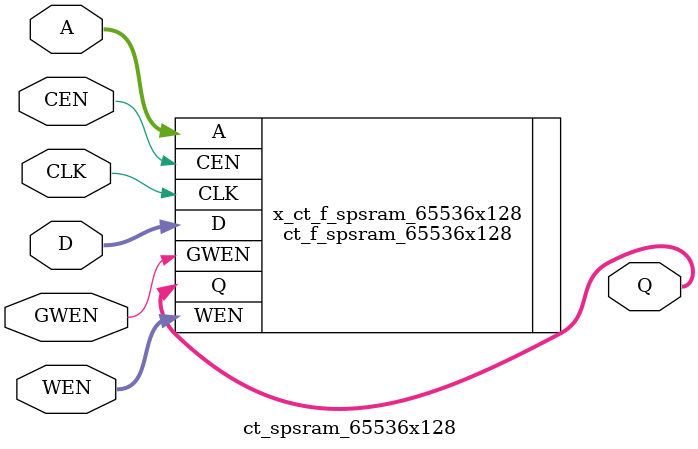
<source format=v>
/*Copyright 2019-2021 T-Head Semiconductor Co., Ltd.

Licensed under the Apache License, Version 2.0 (the "License");
you may not use this file except in compliance with the License.
You may obtain a copy of the License at

    http://www.apache.org/licenses/LICENSE-2.0

Unless required by applicable law or agreed to in writing, software
distributed under the License is distributed on an "AS IS" BASIS,
WITHOUT WARRANTIES OR CONDITIONS OF ANY KIND, either express or implied.
See the License for the specific language governing permissions and
limitations under the License.
*/

// &ModuleBeg; @22
module ct_spsram_65536x128(
  A,
  CEN,
  CLK,
  D,
  GWEN,
  Q,
  WEN
);

// &Ports; @23
input   [15 :0]  A;   
input            CEN; 
input            CLK; 
input   [127:0]  D;   
input            GWEN; 
input   [127:0]  WEN; 
output  [127:0]  Q;   

// &Regs; @24

// &Wires; @25
wire    [15 :0]  A;   
wire             CEN; 
wire             CLK; 
wire    [127:0]  D;   
wire             GWEN; 
wire    [127:0]  Q;   
wire    [127:0]  WEN; 


//**********************************************************
//                  Parameter Definition
//**********************************************************
parameter ADDR_WIDTH = 16;
parameter DATA_WIDTH = 128;
parameter WE_WIDTH   = 128;

// &Force("bus","Q",DATA_WIDTH-1,0); @34
// &Force("bus","WEN",WE_WIDTH-1,0); @35
// &Force("bus","A",ADDR_WIDTH-1,0); @36
// &Force("bus","D",DATA_WIDTH-1,0); @37

  //********************************************************
  //*                        FPGA memory                   *
  //********************************************************
//   &Instance("ct_f_spsram_65536x128"); @43
ct_f_spsram_65536x128  x_ct_f_spsram_65536x128 (
  .A    (A   ),
  .CEN  (CEN ),
  .CLK  (CLK ),
  .D    (D   ),
  .GWEN (GWEN),
  .Q    (Q   ),
  .WEN  (WEN )
);

//   &Instance("ct_tsmc_spsram_65536x128"); @49

// &ModuleEnd; @65
endmodule



</source>
